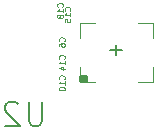
<source format=gbr>
G04 #@! TF.GenerationSoftware,KiCad,Pcbnew,(5.1.0)-1*
G04 #@! TF.CreationDate,2019-04-30T21:20:52-07:00*
G04 #@! TF.ProjectId,Miniscope-v4-PYTHON480,4d696e69-7363-46f7-9065-2d76342d5059,rev?*
G04 #@! TF.SameCoordinates,Original*
G04 #@! TF.FileFunction,Legend,Bot*
G04 #@! TF.FilePolarity,Positive*
%FSLAX46Y46*%
G04 Gerber Fmt 4.6, Leading zero omitted, Abs format (unit mm)*
G04 Created by KiCad (PCBNEW (5.1.0)-1) date 2019-04-30 21:20:52*
%MOMM*%
%LPD*%
G04 APERTURE LIST*
%ADD10C,0.120000*%
%ADD11C,0.150000*%
%ADD12C,0.200000*%
%ADD13C,0.050000*%
G04 APERTURE END LIST*
D10*
X36413600Y-30573400D02*
X36413600Y-31808400D01*
X36413600Y-31808400D02*
X37648600Y-31808400D01*
X36413600Y-28103400D02*
X36413600Y-26868400D01*
X36413600Y-26868400D02*
X37648600Y-26868400D01*
X42553600Y-28103400D02*
X42553600Y-26868400D01*
X42553600Y-26868400D02*
X41318600Y-26868400D01*
X42553600Y-30573400D02*
X42553600Y-31808400D01*
X42553600Y-31808400D02*
X41318600Y-31808400D01*
D11*
X38983600Y-29163400D02*
X39983600Y-29163400D01*
X39483600Y-28738400D02*
X39483600Y-29538400D01*
G36*
X36433600Y-31788400D02*
G01*
X36983600Y-31788400D01*
X36983600Y-31338400D01*
X36433600Y-31338400D01*
X36433600Y-31788400D01*
G37*
X36433600Y-31788400D02*
X36983600Y-31788400D01*
X36983600Y-31338400D01*
X36433600Y-31338400D01*
X36433600Y-31788400D01*
D12*
X33192009Y-33547761D02*
X33192009Y-35166809D01*
X33096771Y-35357285D01*
X33001533Y-35452523D01*
X32811057Y-35547761D01*
X32430104Y-35547761D01*
X32239628Y-35452523D01*
X32144390Y-35357285D01*
X32049152Y-35166809D01*
X32049152Y-33547761D01*
X31192009Y-33738238D02*
X31096771Y-33643000D01*
X30906295Y-33547761D01*
X30430104Y-33547761D01*
X30239628Y-33643000D01*
X30144390Y-33738238D01*
X30049152Y-33928714D01*
X30049152Y-34119190D01*
X30144390Y-34404904D01*
X31287247Y-35547761D01*
X30049152Y-35547761D01*
D13*
X34920171Y-25477771D02*
X34943980Y-25453961D01*
X34967790Y-25382533D01*
X34967790Y-25334914D01*
X34943980Y-25263485D01*
X34896361Y-25215866D01*
X34848742Y-25192057D01*
X34753504Y-25168247D01*
X34682076Y-25168247D01*
X34586838Y-25192057D01*
X34539219Y-25215866D01*
X34491600Y-25263485D01*
X34467790Y-25334914D01*
X34467790Y-25382533D01*
X34491600Y-25453961D01*
X34515409Y-25477771D01*
X34967790Y-25953961D02*
X34967790Y-25668247D01*
X34967790Y-25811104D02*
X34467790Y-25811104D01*
X34539219Y-25763485D01*
X34586838Y-25715866D01*
X34610647Y-25668247D01*
X34682076Y-26239676D02*
X34658266Y-26192057D01*
X34634457Y-26168247D01*
X34586838Y-26144438D01*
X34563028Y-26144438D01*
X34515409Y-26168247D01*
X34491600Y-26192057D01*
X34467790Y-26239676D01*
X34467790Y-26334914D01*
X34491600Y-26382533D01*
X34515409Y-26406342D01*
X34563028Y-26430152D01*
X34586838Y-26430152D01*
X34634457Y-26406342D01*
X34658266Y-26382533D01*
X34682076Y-26334914D01*
X34682076Y-26239676D01*
X34705885Y-26192057D01*
X34729695Y-26168247D01*
X34777314Y-26144438D01*
X34872552Y-26144438D01*
X34920171Y-26168247D01*
X34943980Y-26192057D01*
X34967790Y-26239676D01*
X34967790Y-26334914D01*
X34943980Y-26382533D01*
X34920171Y-26406342D01*
X34872552Y-26430152D01*
X34777314Y-26430152D01*
X34729695Y-26406342D01*
X34705885Y-26382533D01*
X34682076Y-26334914D01*
X35545571Y-25809371D02*
X35569380Y-25785561D01*
X35593190Y-25714133D01*
X35593190Y-25666514D01*
X35569380Y-25595085D01*
X35521761Y-25547466D01*
X35474142Y-25523657D01*
X35378904Y-25499847D01*
X35307476Y-25499847D01*
X35212238Y-25523657D01*
X35164619Y-25547466D01*
X35117000Y-25595085D01*
X35093190Y-25666514D01*
X35093190Y-25714133D01*
X35117000Y-25785561D01*
X35140809Y-25809371D01*
X35593190Y-26285561D02*
X35593190Y-25999847D01*
X35593190Y-26142704D02*
X35093190Y-26142704D01*
X35164619Y-26095085D01*
X35212238Y-26047466D01*
X35236047Y-25999847D01*
X35093190Y-26737942D02*
X35093190Y-26499847D01*
X35331285Y-26476038D01*
X35307476Y-26499847D01*
X35283666Y-26547466D01*
X35283666Y-26666514D01*
X35307476Y-26714133D01*
X35331285Y-26737942D01*
X35378904Y-26761752D01*
X35497952Y-26761752D01*
X35545571Y-26737942D01*
X35569380Y-26714133D01*
X35593190Y-26666514D01*
X35593190Y-26547466D01*
X35569380Y-26499847D01*
X35545571Y-26476038D01*
X35072571Y-31603771D02*
X35096380Y-31579961D01*
X35120190Y-31508533D01*
X35120190Y-31460914D01*
X35096380Y-31389485D01*
X35048761Y-31341866D01*
X35001142Y-31318057D01*
X34905904Y-31294247D01*
X34834476Y-31294247D01*
X34739238Y-31318057D01*
X34691619Y-31341866D01*
X34644000Y-31389485D01*
X34620190Y-31460914D01*
X34620190Y-31508533D01*
X34644000Y-31579961D01*
X34667809Y-31603771D01*
X35120190Y-32079961D02*
X35120190Y-31794247D01*
X35120190Y-31937104D02*
X34620190Y-31937104D01*
X34691619Y-31889485D01*
X34739238Y-31841866D01*
X34763047Y-31794247D01*
X34620190Y-32389485D02*
X34620190Y-32437104D01*
X34644000Y-32484723D01*
X34667809Y-32508533D01*
X34715428Y-32532342D01*
X34810666Y-32556152D01*
X34929714Y-32556152D01*
X35024952Y-32532342D01*
X35072571Y-32508533D01*
X35096380Y-32484723D01*
X35120190Y-32437104D01*
X35120190Y-32389485D01*
X35096380Y-32341866D01*
X35072571Y-32318057D01*
X35024952Y-32294247D01*
X34929714Y-32270438D01*
X34810666Y-32270438D01*
X34715428Y-32294247D01*
X34667809Y-32318057D01*
X34644000Y-32341866D01*
X34620190Y-32389485D01*
X35072571Y-28387466D02*
X35096380Y-28363657D01*
X35120190Y-28292228D01*
X35120190Y-28244609D01*
X35096380Y-28173180D01*
X35048761Y-28125561D01*
X35001142Y-28101752D01*
X34905904Y-28077942D01*
X34834476Y-28077942D01*
X34739238Y-28101752D01*
X34691619Y-28125561D01*
X34644000Y-28173180D01*
X34620190Y-28244609D01*
X34620190Y-28292228D01*
X34644000Y-28363657D01*
X34667809Y-28387466D01*
X34620190Y-28816038D02*
X34620190Y-28720800D01*
X34644000Y-28673180D01*
X34667809Y-28649371D01*
X34739238Y-28601752D01*
X34834476Y-28577942D01*
X35024952Y-28577942D01*
X35072571Y-28601752D01*
X35096380Y-28625561D01*
X35120190Y-28673180D01*
X35120190Y-28768419D01*
X35096380Y-28816038D01*
X35072571Y-28839847D01*
X35024952Y-28863657D01*
X34905904Y-28863657D01*
X34858285Y-28839847D01*
X34834476Y-28816038D01*
X34810666Y-28768419D01*
X34810666Y-28673180D01*
X34834476Y-28625561D01*
X34858285Y-28601752D01*
X34905904Y-28577942D01*
X35072571Y-29876571D02*
X35096380Y-29852761D01*
X35120190Y-29781333D01*
X35120190Y-29733714D01*
X35096380Y-29662285D01*
X35048761Y-29614666D01*
X35001142Y-29590857D01*
X34905904Y-29567047D01*
X34834476Y-29567047D01*
X34739238Y-29590857D01*
X34691619Y-29614666D01*
X34644000Y-29662285D01*
X34620190Y-29733714D01*
X34620190Y-29781333D01*
X34644000Y-29852761D01*
X34667809Y-29876571D01*
X35120190Y-30352761D02*
X35120190Y-30067047D01*
X35120190Y-30209904D02*
X34620190Y-30209904D01*
X34691619Y-30162285D01*
X34739238Y-30114666D01*
X34763047Y-30067047D01*
X34786857Y-30781333D02*
X35120190Y-30781333D01*
X34596380Y-30662285D02*
X34953523Y-30543238D01*
X34953523Y-30852761D01*
M02*

</source>
